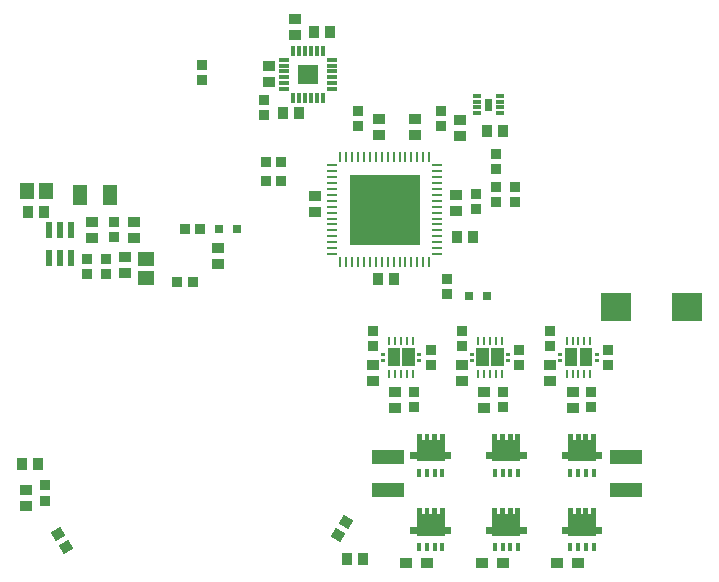
<source format=gtp>
G04*
G04 #@! TF.GenerationSoftware,Altium Limited,Altium Designer,24.4.1 (13)*
G04*
G04 Layer_Color=8421504*
%FSLAX44Y44*%
%MOMM*%
G71*
G04*
G04 #@! TF.SameCoordinates,8FCA56C2-8F78-4201-AFF4-6E38B21BD071*
G04*
G04*
G04 #@! TF.FilePolarity,Positive*
G04*
G01*
G75*
%ADD24R,0.9500X0.8500*%
%ADD25R,1.0000X0.9000*%
%ADD26R,0.3400X0.8000*%
%ADD27R,0.4200X0.6600*%
G04:AMPARAMS|DCode=28|XSize=0.6mm|YSize=0.24mm|CornerRadius=0.03mm|HoleSize=0mm|Usage=FLASHONLY|Rotation=90.000|XOffset=0mm|YOffset=0mm|HoleType=Round|Shape=RoundedRectangle|*
%AMROUNDEDRECTD28*
21,1,0.6000,0.1800,0,0,90.0*
21,1,0.5400,0.2400,0,0,90.0*
1,1,0.0600,0.0900,0.2700*
1,1,0.0600,0.0900,-0.2700*
1,1,0.0600,-0.0900,-0.2700*
1,1,0.0600,-0.0900,0.2700*
%
%ADD28ROUNDEDRECTD28*%
%ADD29R,0.9000X1.0000*%
%ADD30R,2.5500X2.4500*%
%ADD31R,0.2600X0.8600*%
%ADD32R,0.8600X0.2600*%
%ADD33R,2.7000X1.3000*%
%ADD34R,0.8000X0.8000*%
%ADD35R,6.0000X6.0000*%
G04:AMPARAMS|DCode=36|XSize=0.8mm|YSize=0.35mm|CornerRadius=0.0438mm|HoleSize=0mm|Usage=FLASHONLY|Rotation=180.000|XOffset=0mm|YOffset=0mm|HoleType=Round|Shape=RoundedRectangle|*
%AMROUNDEDRECTD36*
21,1,0.8000,0.2625,0,0,180.0*
21,1,0.7125,0.3500,0,0,180.0*
1,1,0.0875,-0.3563,0.1313*
1,1,0.0875,0.3563,0.1313*
1,1,0.0875,0.3563,-0.1313*
1,1,0.0875,-0.3563,-0.1313*
%
%ADD36ROUNDEDRECTD36*%
G04:AMPARAMS|DCode=37|XSize=0.85mm|YSize=0.35mm|CornerRadius=0.0438mm|HoleSize=0mm|Usage=FLASHONLY|Rotation=270.000|XOffset=0mm|YOffset=0mm|HoleType=Round|Shape=RoundedRectangle|*
%AMROUNDEDRECTD37*
21,1,0.8500,0.2625,0,0,270.0*
21,1,0.7625,0.3500,0,0,270.0*
1,1,0.0875,-0.1313,-0.3813*
1,1,0.0875,-0.1313,0.3813*
1,1,0.0875,0.1313,0.3813*
1,1,0.0875,0.1313,-0.3813*
%
%ADD37ROUNDEDRECTD37*%
%ADD38R,0.6000X1.3500*%
%ADD39R,1.3000X1.4000*%
%ADD40R,1.2000X1.7500*%
%ADD41R,1.4000X1.3000*%
G04:AMPARAMS|DCode=42|XSize=0.95mm|YSize=0.85mm|CornerRadius=0mm|HoleSize=0mm|Usage=FLASHONLY|Rotation=30.000|XOffset=0mm|YOffset=0mm|HoleType=Round|Shape=Rectangle|*
%AMROTATEDRECTD42*
4,1,4,-0.1989,-0.6056,-0.6239,0.1306,0.1989,0.6056,0.6239,-0.1306,-0.1989,-0.6056,0.0*
%
%ADD42ROTATEDRECTD42*%

G04:AMPARAMS|DCode=43|XSize=0.95mm|YSize=0.85mm|CornerRadius=0mm|HoleSize=0mm|Usage=FLASHONLY|Rotation=150.000|XOffset=0mm|YOffset=0mm|HoleType=Round|Shape=Rectangle|*
%AMROTATEDRECTD43*
4,1,4,0.6239,0.1306,0.1989,-0.6056,-0.6239,-0.1306,-0.1989,0.6056,0.6239,0.1306,0.0*
%
%ADD43ROTATEDRECTD43*%

G04:AMPARAMS|DCode=44|XSize=0.74mm|YSize=0.28mm|CornerRadius=0.035mm|HoleSize=0mm|Usage=FLASHONLY|Rotation=180.000|XOffset=0mm|YOffset=0mm|HoleType=Round|Shape=RoundedRectangle|*
%AMROUNDEDRECTD44*
21,1,0.7400,0.2100,0,0,180.0*
21,1,0.6700,0.2800,0,0,180.0*
1,1,0.0700,-0.3350,0.1050*
1,1,0.0700,0.3350,0.1050*
1,1,0.0700,0.3350,-0.1050*
1,1,0.0700,-0.3350,-0.1050*
%
%ADD44ROUNDEDRECTD44*%
%ADD45R,0.8500X0.9500*%
G36*
X100540Y306280D02*
X83460D01*
Y322720D01*
X100540D01*
Y306280D01*
D02*
G37*
G36*
X247800Y283900D02*
X242200D01*
Y294100D01*
X247800D01*
Y283900D01*
D02*
G37*
G36*
X181500Y205500D02*
X162500D01*
Y224500D01*
X181500D01*
Y205500D01*
D02*
G37*
G36*
X151500D02*
X132500D01*
Y224500D01*
X151500D01*
Y205500D01*
D02*
G37*
G36*
X181500Y175500D02*
X162500D01*
Y194500D01*
X181500D01*
Y175500D01*
D02*
G37*
G36*
X151500D02*
X132500D01*
Y194500D01*
X151500D01*
Y175500D01*
D02*
G37*
G36*
X338000Y76250D02*
X334600D01*
Y78750D01*
X338000D01*
Y76250D01*
D02*
G37*
G36*
X307400D02*
X304000D01*
Y78750D01*
X307400D01*
Y76250D01*
D02*
G37*
G36*
X263000D02*
X259600D01*
Y78750D01*
X263000D01*
Y76250D01*
D02*
G37*
G36*
X232400D02*
X229000D01*
Y78750D01*
X232400D01*
Y76250D01*
D02*
G37*
G36*
X188000D02*
X184600D01*
Y78750D01*
X188000D01*
Y76250D01*
D02*
G37*
G36*
X157400D02*
X154000D01*
Y78750D01*
X157400D01*
Y76250D01*
D02*
G37*
G36*
X338000Y71250D02*
X334600D01*
Y73750D01*
X338000D01*
Y71250D01*
D02*
G37*
G36*
X307400D02*
X304000D01*
Y73750D01*
X307400D01*
Y71250D01*
D02*
G37*
G36*
X263000D02*
X259600D01*
Y73750D01*
X263000D01*
Y71250D01*
D02*
G37*
G36*
X232400D02*
X229000D01*
Y73750D01*
X232400D01*
Y71250D01*
D02*
G37*
G36*
X188000D02*
X184600D01*
Y73750D01*
X188000D01*
Y71250D01*
D02*
G37*
G36*
X157400D02*
X154000D01*
Y73750D01*
X157400D01*
Y71250D01*
D02*
G37*
G36*
X332600Y67500D02*
X322000D01*
Y82500D01*
X332600D01*
Y67500D01*
D02*
G37*
G36*
X320000D02*
X309400D01*
Y82500D01*
X320000D01*
Y67500D01*
D02*
G37*
G36*
X257600D02*
X247000D01*
Y82500D01*
X257600D01*
Y67500D01*
D02*
G37*
G36*
X245000D02*
X234400D01*
Y82500D01*
X245000D01*
Y67500D01*
D02*
G37*
G36*
X182600D02*
X172000D01*
Y82500D01*
X182600D01*
Y67500D01*
D02*
G37*
G36*
X170000D02*
X159400D01*
Y82500D01*
X170000D01*
Y67500D01*
D02*
G37*
G36*
X335850Y-5500D02*
X341300D01*
Y-11200D01*
X335850D01*
Y-13000D01*
X312150D01*
Y-11200D01*
X306700D01*
Y-5500D01*
X312150D01*
Y10000D01*
X316350D01*
Y5300D01*
X318650D01*
Y10000D01*
X322850D01*
Y5300D01*
X325150D01*
Y10000D01*
X329350D01*
Y5300D01*
X331650D01*
Y10000D01*
X335850D01*
Y-5500D01*
D02*
G37*
G36*
X207850Y-5500D02*
X213300D01*
Y-11200D01*
X207850D01*
Y-13000D01*
X184150D01*
Y-11200D01*
X178700D01*
Y-5500D01*
X184150D01*
Y10000D01*
X188350D01*
Y5300D01*
X190650D01*
Y10000D01*
X194850D01*
Y5300D01*
X197150D01*
Y10000D01*
X201350D01*
Y5300D01*
X203650D01*
Y10000D01*
X207850D01*
Y-5500D01*
D02*
G37*
G36*
X271850Y-5500D02*
X277300D01*
Y-11200D01*
X271850D01*
Y-13000D01*
X248150D01*
Y-11200D01*
X242700D01*
Y-5500D01*
X248150D01*
Y10000D01*
X252350D01*
Y5300D01*
X254650D01*
Y10000D01*
X258850D01*
Y5300D01*
X261150D01*
Y10000D01*
X265350D01*
Y5300D01*
X267650D01*
Y10000D01*
X271850D01*
Y-5500D01*
D02*
G37*
G36*
X335850Y-68500D02*
X341300D01*
Y-74200D01*
X335850D01*
Y-76000D01*
X312150D01*
Y-74200D01*
X306700D01*
Y-68500D01*
X312150D01*
Y-53000D01*
X316350D01*
Y-57700D01*
X318650D01*
Y-53000D01*
X322850D01*
Y-57700D01*
X325150D01*
Y-53000D01*
X329350D01*
Y-57700D01*
X331650D01*
Y-53000D01*
X335850D01*
Y-68500D01*
D02*
G37*
G36*
X207850Y-68500D02*
X213300D01*
Y-74200D01*
X207850D01*
Y-76000D01*
X184150D01*
Y-74200D01*
X178700D01*
Y-68500D01*
X184150D01*
Y-53000D01*
X188350D01*
Y-57700D01*
X190650D01*
Y-53000D01*
X194850D01*
Y-57700D01*
X197150D01*
Y-53000D01*
X201350D01*
Y-57700D01*
X203650D01*
Y-53000D01*
X207850D01*
Y-68500D01*
D02*
G37*
G36*
X271850Y-68500D02*
X277300D01*
Y-74200D01*
X271850D01*
Y-76000D01*
X248150D01*
Y-74200D01*
X242700D01*
Y-68500D01*
X248150D01*
Y-53000D01*
X252350D01*
Y-57700D01*
X254650D01*
Y-53000D01*
X258850D01*
Y-57700D01*
X261150D01*
Y-53000D01*
X265350D01*
Y-57700D01*
X267650D01*
Y-53000D01*
X271850D01*
Y-68500D01*
D02*
G37*
D24*
X134000Y283500D02*
D03*
X196000Y68500D02*
D03*
Y81500D02*
D03*
X346000Y68500D02*
D03*
Y81500D02*
D03*
X271000Y81500D02*
D03*
Y68500D02*
D03*
X2000Y309500D02*
D03*
Y322500D02*
D03*
X134000Y270500D02*
D03*
X210000Y128500D02*
D03*
Y141500D02*
D03*
X251000Y247500D02*
D03*
Y234500D02*
D03*
Y219500D02*
D03*
Y206500D02*
D03*
X267000D02*
D03*
Y219500D02*
D03*
X234000Y200500D02*
D03*
Y213500D02*
D03*
X-131000Y-33500D02*
D03*
Y-46500D02*
D03*
X55000Y293000D02*
D03*
Y280000D02*
D03*
X-72000Y189500D02*
D03*
Y176500D02*
D03*
X-79000Y158500D02*
D03*
Y145500D02*
D03*
X-95000Y158500D02*
D03*
Y145500D02*
D03*
X147000Y84500D02*
D03*
Y97500D02*
D03*
X182000Y32500D02*
D03*
Y45500D02*
D03*
X332000Y32500D02*
D03*
Y45500D02*
D03*
X297000Y84500D02*
D03*
Y97500D02*
D03*
X222000Y84500D02*
D03*
Y97500D02*
D03*
X257000Y32500D02*
D03*
Y45500D02*
D03*
X205000Y270500D02*
D03*
Y283500D02*
D03*
D25*
X152000Y276750D02*
D03*
X221000Y275750D02*
D03*
X147000Y68750D02*
D03*
Y55250D02*
D03*
X222000Y68750D02*
D03*
Y55250D02*
D03*
X297000Y68750D02*
D03*
Y55250D02*
D03*
X152000Y263250D02*
D03*
X183000D02*
D03*
Y276750D02*
D03*
X239000Y-99000D02*
D03*
X257000D02*
D03*
X59000Y308250D02*
D03*
Y321750D02*
D03*
X81000Y348250D02*
D03*
Y361750D02*
D03*
X-55000Y176250D02*
D03*
Y189750D02*
D03*
X-91000D02*
D03*
Y176250D02*
D03*
X16000Y154250D02*
D03*
Y167750D02*
D03*
X-147000Y-37250D02*
D03*
Y-50750D02*
D03*
X166000Y32250D02*
D03*
Y45750D02*
D03*
X316000Y32250D02*
D03*
Y45750D02*
D03*
X241000Y32250D02*
D03*
Y45750D02*
D03*
X221000Y262250D02*
D03*
X98000Y198250D02*
D03*
Y211750D02*
D03*
X175000Y-99000D02*
D03*
X193000D02*
D03*
X303000D02*
D03*
X321000D02*
D03*
X217000Y212750D02*
D03*
Y199250D02*
D03*
X-63000Y146250D02*
D03*
Y159750D02*
D03*
D26*
X205750Y5000D02*
D03*
X199250D02*
D03*
X192750D02*
D03*
X186250D02*
D03*
X314250Y-58000D02*
D03*
X320750D02*
D03*
X327250D02*
D03*
X333750D02*
D03*
X333750Y5000D02*
D03*
X327250D02*
D03*
X320750D02*
D03*
X314250D02*
D03*
X269750Y5000D02*
D03*
X263250D02*
D03*
X256750D02*
D03*
X250250D02*
D03*
X205750Y-58000D02*
D03*
X199250D02*
D03*
X192750D02*
D03*
X186250D02*
D03*
X250250Y-58000D02*
D03*
X256750D02*
D03*
X263250D02*
D03*
X269750D02*
D03*
D27*
X199250Y-22700D02*
D03*
X192750D02*
D03*
X205750D02*
D03*
X186250D02*
D03*
X314250Y-85700D02*
D03*
X333750D02*
D03*
X320750D02*
D03*
X327250D02*
D03*
X327250Y-22700D02*
D03*
X320750D02*
D03*
X333750D02*
D03*
X314250D02*
D03*
X263250Y-22700D02*
D03*
X256750D02*
D03*
X269750D02*
D03*
X250250D02*
D03*
X199250Y-85700D02*
D03*
X192750D02*
D03*
X205750D02*
D03*
X186250D02*
D03*
X250250Y-85700D02*
D03*
X269750D02*
D03*
X256750D02*
D03*
X263250D02*
D03*
D28*
X311000Y61000D02*
D03*
X316000D02*
D03*
X321000D02*
D03*
X326000D02*
D03*
X331000D02*
D03*
Y89000D02*
D03*
X326000D02*
D03*
X321000D02*
D03*
X316000D02*
D03*
X311000D02*
D03*
X236000Y61000D02*
D03*
X241000D02*
D03*
X246000D02*
D03*
X251000D02*
D03*
X256000D02*
D03*
Y89000D02*
D03*
X251000D02*
D03*
X246000D02*
D03*
X241000D02*
D03*
X236000D02*
D03*
X161000Y61000D02*
D03*
X166000D02*
D03*
X171000D02*
D03*
X176000D02*
D03*
X181000D02*
D03*
Y89000D02*
D03*
X176000D02*
D03*
X171000D02*
D03*
X166000D02*
D03*
X161000D02*
D03*
D29*
X231750Y177000D02*
D03*
X218250D02*
D03*
X-136250Y-15000D02*
D03*
X-149750D02*
D03*
X164750Y141000D02*
D03*
X151250D02*
D03*
X97250Y350000D02*
D03*
X110750D02*
D03*
X84750Y282000D02*
D03*
X71250D02*
D03*
X-131250Y198000D02*
D03*
X-144750D02*
D03*
X138750Y-96000D02*
D03*
X125250D02*
D03*
X256750Y267000D02*
D03*
X243250D02*
D03*
D30*
X352750Y118000D02*
D03*
X413250D02*
D03*
D31*
X144500Y244350D02*
D03*
X194500D02*
D03*
X189500D02*
D03*
X184500D02*
D03*
X179500D02*
D03*
X174500D02*
D03*
X169500D02*
D03*
X164500D02*
D03*
X159500D02*
D03*
X154500D02*
D03*
X149500D02*
D03*
X139500D02*
D03*
X134500D02*
D03*
X129500D02*
D03*
X124500D02*
D03*
X119500D02*
D03*
Y155650D02*
D03*
X124500D02*
D03*
X129500D02*
D03*
X134500D02*
D03*
X139500D02*
D03*
X144500D02*
D03*
X149500D02*
D03*
X154500D02*
D03*
X159500D02*
D03*
X164500D02*
D03*
X169500D02*
D03*
X174500D02*
D03*
X179500D02*
D03*
X184500D02*
D03*
X189500D02*
D03*
X194500D02*
D03*
D32*
X201350Y237500D02*
D03*
Y162500D02*
D03*
Y167500D02*
D03*
Y172500D02*
D03*
Y177500D02*
D03*
Y182500D02*
D03*
Y187500D02*
D03*
Y192500D02*
D03*
Y197500D02*
D03*
Y202500D02*
D03*
Y207500D02*
D03*
Y212500D02*
D03*
Y217500D02*
D03*
Y222500D02*
D03*
Y227500D02*
D03*
Y232500D02*
D03*
X112650Y237500D02*
D03*
Y232500D02*
D03*
Y227500D02*
D03*
Y222500D02*
D03*
Y217500D02*
D03*
Y212500D02*
D03*
Y207500D02*
D03*
Y202500D02*
D03*
Y197500D02*
D03*
Y192500D02*
D03*
Y187500D02*
D03*
Y182500D02*
D03*
Y177500D02*
D03*
Y172500D02*
D03*
Y167500D02*
D03*
Y162500D02*
D03*
D33*
X160000Y-37000D02*
D03*
Y-9000D02*
D03*
X361000D02*
D03*
Y-37000D02*
D03*
D34*
X228500Y127000D02*
D03*
X243500D02*
D03*
X31500Y184000D02*
D03*
X16500D02*
D03*
D35*
X157000Y200000D02*
D03*
D36*
X112000Y302000D02*
D03*
Y307000D02*
D03*
Y312000D02*
D03*
Y317000D02*
D03*
Y322000D02*
D03*
Y327000D02*
D03*
X72000D02*
D03*
Y322000D02*
D03*
Y317000D02*
D03*
Y312000D02*
D03*
Y307000D02*
D03*
Y302000D02*
D03*
D37*
X104500Y334250D02*
D03*
X99500D02*
D03*
X94500D02*
D03*
X89500D02*
D03*
X84500D02*
D03*
X79500D02*
D03*
Y294750D02*
D03*
X84500D02*
D03*
X89500D02*
D03*
X94500D02*
D03*
X99500D02*
D03*
X104500D02*
D03*
D38*
X-108500Y182850D02*
D03*
X-118000D02*
D03*
X-127500D02*
D03*
X-108500Y159150D02*
D03*
X-118000D02*
D03*
X-127500D02*
D03*
D39*
X-146000Y216000D02*
D03*
X-130000D02*
D03*
D40*
X-100750Y212000D02*
D03*
X-75250D02*
D03*
D41*
X-45000Y142000D02*
D03*
Y158000D02*
D03*
D42*
X-112750Y-85629D02*
D03*
X-119250Y-74371D02*
D03*
D43*
X124250Y-64371D02*
D03*
X117750Y-75629D02*
D03*
D44*
X235150Y281500D02*
D03*
Y286500D02*
D03*
Y291500D02*
D03*
Y296500D02*
D03*
X254850D02*
D03*
Y291500D02*
D03*
Y286500D02*
D03*
Y281500D02*
D03*
D45*
X69500Y240000D02*
D03*
X56500D02*
D03*
X69500Y224000D02*
D03*
X56500D02*
D03*
X-18500Y139000D02*
D03*
X-5500D02*
D03*
X-12500Y184000D02*
D03*
X500D02*
D03*
M02*

</source>
